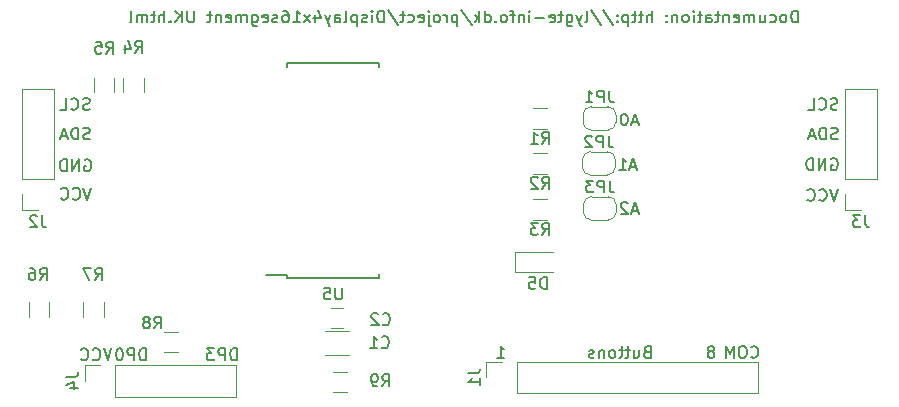
<source format=gbr>
G04 #@! TF.GenerationSoftware,KiCad,Pcbnew,(5.1.4)-1*
G04 #@! TF.CreationDate,2019-09-25T15:42:07+02:00*
G04 #@! TF.ProjectId,Display4x16segment,44697370-6c61-4793-9478-31367365676d,rev?*
G04 #@! TF.SameCoordinates,Original*
G04 #@! TF.FileFunction,Legend,Bot*
G04 #@! TF.FilePolarity,Positive*
%FSLAX46Y46*%
G04 Gerber Fmt 4.6, Leading zero omitted, Abs format (unit mm)*
G04 Created by KiCad (PCBNEW (5.1.4)-1) date 2019-09-25 15:42:07*
%MOMM*%
%LPD*%
G04 APERTURE LIST*
%ADD10C,0.150000*%
%ADD11C,0.120000*%
G04 APERTURE END LIST*
D10*
X172138095Y-136052380D02*
X172138095Y-135052380D01*
X171900000Y-135052380D01*
X171757142Y-135100000D01*
X171661904Y-135195238D01*
X171614285Y-135290476D01*
X171566666Y-135480952D01*
X171566666Y-135623809D01*
X171614285Y-135814285D01*
X171661904Y-135909523D01*
X171757142Y-136004761D01*
X171900000Y-136052380D01*
X172138095Y-136052380D01*
X171138095Y-136052380D02*
X171138095Y-135052380D01*
X170757142Y-135052380D01*
X170661904Y-135100000D01*
X170614285Y-135147619D01*
X170566666Y-135242857D01*
X170566666Y-135385714D01*
X170614285Y-135480952D01*
X170661904Y-135528571D01*
X170757142Y-135576190D01*
X171138095Y-135576190D01*
X170233333Y-135052380D02*
X169614285Y-135052380D01*
X169947619Y-135433333D01*
X169804761Y-135433333D01*
X169709523Y-135480952D01*
X169661904Y-135528571D01*
X169614285Y-135623809D01*
X169614285Y-135861904D01*
X169661904Y-135957142D01*
X169709523Y-136004761D01*
X169804761Y-136052380D01*
X170090476Y-136052380D01*
X170185714Y-136004761D01*
X170233333Y-135957142D01*
X164438095Y-136052380D02*
X164438095Y-135052380D01*
X164200000Y-135052380D01*
X164057142Y-135100000D01*
X163961904Y-135195238D01*
X163914285Y-135290476D01*
X163866666Y-135480952D01*
X163866666Y-135623809D01*
X163914285Y-135814285D01*
X163961904Y-135909523D01*
X164057142Y-136004761D01*
X164200000Y-136052380D01*
X164438095Y-136052380D01*
X163438095Y-136052380D02*
X163438095Y-135052380D01*
X163057142Y-135052380D01*
X162961904Y-135100000D01*
X162914285Y-135147619D01*
X162866666Y-135242857D01*
X162866666Y-135385714D01*
X162914285Y-135480952D01*
X162961904Y-135528571D01*
X163057142Y-135576190D01*
X163438095Y-135576190D01*
X162247619Y-135052380D02*
X162152380Y-135052380D01*
X162057142Y-135100000D01*
X162009523Y-135147619D01*
X161961904Y-135242857D01*
X161914285Y-135433333D01*
X161914285Y-135671428D01*
X161961904Y-135861904D01*
X162009523Y-135957142D01*
X162057142Y-136004761D01*
X162152380Y-136052380D01*
X162247619Y-136052380D01*
X162342857Y-136004761D01*
X162390476Y-135957142D01*
X162438095Y-135861904D01*
X162485714Y-135671428D01*
X162485714Y-135433333D01*
X162438095Y-135242857D01*
X162390476Y-135147619D01*
X162342857Y-135100000D01*
X162247619Y-135052380D01*
X161533333Y-135052380D02*
X161200000Y-136052380D01*
X160866666Y-135052380D01*
X159961904Y-135957142D02*
X160009523Y-136004761D01*
X160152380Y-136052380D01*
X160247619Y-136052380D01*
X160390476Y-136004761D01*
X160485714Y-135909523D01*
X160533333Y-135814285D01*
X160580952Y-135623809D01*
X160580952Y-135480952D01*
X160533333Y-135290476D01*
X160485714Y-135195238D01*
X160390476Y-135100000D01*
X160247619Y-135052380D01*
X160152380Y-135052380D01*
X160009523Y-135100000D01*
X159961904Y-135147619D01*
X158961904Y-135957142D02*
X159009523Y-136004761D01*
X159152380Y-136052380D01*
X159247619Y-136052380D01*
X159390476Y-136004761D01*
X159485714Y-135909523D01*
X159533333Y-135814285D01*
X159580952Y-135623809D01*
X159580952Y-135480952D01*
X159533333Y-135290476D01*
X159485714Y-135195238D01*
X159390476Y-135100000D01*
X159247619Y-135052380D01*
X159152380Y-135052380D01*
X159009523Y-135100000D01*
X158961904Y-135147619D01*
X219638095Y-107452380D02*
X219638095Y-106452380D01*
X219400000Y-106452380D01*
X219257142Y-106500000D01*
X219161904Y-106595238D01*
X219114285Y-106690476D01*
X219066666Y-106880952D01*
X219066666Y-107023809D01*
X219114285Y-107214285D01*
X219161904Y-107309523D01*
X219257142Y-107404761D01*
X219400000Y-107452380D01*
X219638095Y-107452380D01*
X218495238Y-107452380D02*
X218590476Y-107404761D01*
X218638095Y-107357142D01*
X218685714Y-107261904D01*
X218685714Y-106976190D01*
X218638095Y-106880952D01*
X218590476Y-106833333D01*
X218495238Y-106785714D01*
X218352380Y-106785714D01*
X218257142Y-106833333D01*
X218209523Y-106880952D01*
X218161904Y-106976190D01*
X218161904Y-107261904D01*
X218209523Y-107357142D01*
X218257142Y-107404761D01*
X218352380Y-107452380D01*
X218495238Y-107452380D01*
X217304761Y-107404761D02*
X217400000Y-107452380D01*
X217590476Y-107452380D01*
X217685714Y-107404761D01*
X217733333Y-107357142D01*
X217780952Y-107261904D01*
X217780952Y-106976190D01*
X217733333Y-106880952D01*
X217685714Y-106833333D01*
X217590476Y-106785714D01*
X217400000Y-106785714D01*
X217304761Y-106833333D01*
X216447619Y-106785714D02*
X216447619Y-107452380D01*
X216876190Y-106785714D02*
X216876190Y-107309523D01*
X216828571Y-107404761D01*
X216733333Y-107452380D01*
X216590476Y-107452380D01*
X216495238Y-107404761D01*
X216447619Y-107357142D01*
X215971428Y-107452380D02*
X215971428Y-106785714D01*
X215971428Y-106880952D02*
X215923809Y-106833333D01*
X215828571Y-106785714D01*
X215685714Y-106785714D01*
X215590476Y-106833333D01*
X215542857Y-106928571D01*
X215542857Y-107452380D01*
X215542857Y-106928571D02*
X215495238Y-106833333D01*
X215400000Y-106785714D01*
X215257142Y-106785714D01*
X215161904Y-106833333D01*
X215114285Y-106928571D01*
X215114285Y-107452380D01*
X214257142Y-107404761D02*
X214352380Y-107452380D01*
X214542857Y-107452380D01*
X214638095Y-107404761D01*
X214685714Y-107309523D01*
X214685714Y-106928571D01*
X214638095Y-106833333D01*
X214542857Y-106785714D01*
X214352380Y-106785714D01*
X214257142Y-106833333D01*
X214209523Y-106928571D01*
X214209523Y-107023809D01*
X214685714Y-107119047D01*
X213780952Y-106785714D02*
X213780952Y-107452380D01*
X213780952Y-106880952D02*
X213733333Y-106833333D01*
X213638095Y-106785714D01*
X213495238Y-106785714D01*
X213400000Y-106833333D01*
X213352380Y-106928571D01*
X213352380Y-107452380D01*
X213019047Y-106785714D02*
X212638095Y-106785714D01*
X212876190Y-106452380D02*
X212876190Y-107309523D01*
X212828571Y-107404761D01*
X212733333Y-107452380D01*
X212638095Y-107452380D01*
X211876190Y-107452380D02*
X211876190Y-106928571D01*
X211923809Y-106833333D01*
X212019047Y-106785714D01*
X212209523Y-106785714D01*
X212304761Y-106833333D01*
X211876190Y-107404761D02*
X211971428Y-107452380D01*
X212209523Y-107452380D01*
X212304761Y-107404761D01*
X212352380Y-107309523D01*
X212352380Y-107214285D01*
X212304761Y-107119047D01*
X212209523Y-107071428D01*
X211971428Y-107071428D01*
X211876190Y-107023809D01*
X211542857Y-106785714D02*
X211161904Y-106785714D01*
X211400000Y-106452380D02*
X211400000Y-107309523D01*
X211352380Y-107404761D01*
X211257142Y-107452380D01*
X211161904Y-107452380D01*
X210828571Y-107452380D02*
X210828571Y-106785714D01*
X210828571Y-106452380D02*
X210876190Y-106500000D01*
X210828571Y-106547619D01*
X210780952Y-106500000D01*
X210828571Y-106452380D01*
X210828571Y-106547619D01*
X210209523Y-107452380D02*
X210304761Y-107404761D01*
X210352380Y-107357142D01*
X210400000Y-107261904D01*
X210400000Y-106976190D01*
X210352380Y-106880952D01*
X210304761Y-106833333D01*
X210209523Y-106785714D01*
X210066666Y-106785714D01*
X209971428Y-106833333D01*
X209923809Y-106880952D01*
X209876190Y-106976190D01*
X209876190Y-107261904D01*
X209923809Y-107357142D01*
X209971428Y-107404761D01*
X210066666Y-107452380D01*
X210209523Y-107452380D01*
X209447619Y-106785714D02*
X209447619Y-107452380D01*
X209447619Y-106880952D02*
X209400000Y-106833333D01*
X209304761Y-106785714D01*
X209161904Y-106785714D01*
X209066666Y-106833333D01*
X209019047Y-106928571D01*
X209019047Y-107452380D01*
X208542857Y-107357142D02*
X208495238Y-107404761D01*
X208542857Y-107452380D01*
X208590476Y-107404761D01*
X208542857Y-107357142D01*
X208542857Y-107452380D01*
X208542857Y-106833333D02*
X208495238Y-106880952D01*
X208542857Y-106928571D01*
X208590476Y-106880952D01*
X208542857Y-106833333D01*
X208542857Y-106928571D01*
X207304761Y-107452380D02*
X207304761Y-106452380D01*
X206876190Y-107452380D02*
X206876190Y-106928571D01*
X206923809Y-106833333D01*
X207019047Y-106785714D01*
X207161904Y-106785714D01*
X207257142Y-106833333D01*
X207304761Y-106880952D01*
X206542857Y-106785714D02*
X206161904Y-106785714D01*
X206400000Y-106452380D02*
X206400000Y-107309523D01*
X206352380Y-107404761D01*
X206257142Y-107452380D01*
X206161904Y-107452380D01*
X205971428Y-106785714D02*
X205590476Y-106785714D01*
X205828571Y-106452380D02*
X205828571Y-107309523D01*
X205780952Y-107404761D01*
X205685714Y-107452380D01*
X205590476Y-107452380D01*
X205257142Y-106785714D02*
X205257142Y-107785714D01*
X205257142Y-106833333D02*
X205161904Y-106785714D01*
X204971428Y-106785714D01*
X204876190Y-106833333D01*
X204828571Y-106880952D01*
X204780952Y-106976190D01*
X204780952Y-107261904D01*
X204828571Y-107357142D01*
X204876190Y-107404761D01*
X204971428Y-107452380D01*
X205161904Y-107452380D01*
X205257142Y-107404761D01*
X204352380Y-107357142D02*
X204304761Y-107404761D01*
X204352380Y-107452380D01*
X204400000Y-107404761D01*
X204352380Y-107357142D01*
X204352380Y-107452380D01*
X204352380Y-106833333D02*
X204304761Y-106880952D01*
X204352380Y-106928571D01*
X204400000Y-106880952D01*
X204352380Y-106833333D01*
X204352380Y-106928571D01*
X203161904Y-106404761D02*
X204019047Y-107690476D01*
X202114285Y-106404761D02*
X202971428Y-107690476D01*
X201638095Y-107452380D02*
X201733333Y-107404761D01*
X201780952Y-107309523D01*
X201780952Y-106452380D01*
X201352380Y-106785714D02*
X201114285Y-107452380D01*
X200876190Y-106785714D02*
X201114285Y-107452380D01*
X201209523Y-107690476D01*
X201257142Y-107738095D01*
X201352380Y-107785714D01*
X200066666Y-106785714D02*
X200066666Y-107595238D01*
X200114285Y-107690476D01*
X200161904Y-107738095D01*
X200257142Y-107785714D01*
X200400000Y-107785714D01*
X200495238Y-107738095D01*
X200066666Y-107404761D02*
X200161904Y-107452380D01*
X200352380Y-107452380D01*
X200447619Y-107404761D01*
X200495238Y-107357142D01*
X200542857Y-107261904D01*
X200542857Y-106976190D01*
X200495238Y-106880952D01*
X200447619Y-106833333D01*
X200352380Y-106785714D01*
X200161904Y-106785714D01*
X200066666Y-106833333D01*
X199733333Y-106785714D02*
X199352380Y-106785714D01*
X199590476Y-106452380D02*
X199590476Y-107309523D01*
X199542857Y-107404761D01*
X199447619Y-107452380D01*
X199352380Y-107452380D01*
X198638095Y-107404761D02*
X198733333Y-107452380D01*
X198923809Y-107452380D01*
X199019047Y-107404761D01*
X199066666Y-107309523D01*
X199066666Y-106928571D01*
X199019047Y-106833333D01*
X198923809Y-106785714D01*
X198733333Y-106785714D01*
X198638095Y-106833333D01*
X198590476Y-106928571D01*
X198590476Y-107023809D01*
X199066666Y-107119047D01*
X198161904Y-107071428D02*
X197400000Y-107071428D01*
X196923809Y-107452380D02*
X196923809Y-106785714D01*
X196923809Y-106452380D02*
X196971428Y-106500000D01*
X196923809Y-106547619D01*
X196876190Y-106500000D01*
X196923809Y-106452380D01*
X196923809Y-106547619D01*
X196447619Y-106785714D02*
X196447619Y-107452380D01*
X196447619Y-106880952D02*
X196400000Y-106833333D01*
X196304761Y-106785714D01*
X196161904Y-106785714D01*
X196066666Y-106833333D01*
X196019047Y-106928571D01*
X196019047Y-107452380D01*
X195685714Y-106785714D02*
X195304761Y-106785714D01*
X195542857Y-107452380D02*
X195542857Y-106595238D01*
X195495238Y-106500000D01*
X195400000Y-106452380D01*
X195304761Y-106452380D01*
X194828571Y-107452380D02*
X194923809Y-107404761D01*
X194971428Y-107357142D01*
X195019047Y-107261904D01*
X195019047Y-106976190D01*
X194971428Y-106880952D01*
X194923809Y-106833333D01*
X194828571Y-106785714D01*
X194685714Y-106785714D01*
X194590476Y-106833333D01*
X194542857Y-106880952D01*
X194495238Y-106976190D01*
X194495238Y-107261904D01*
X194542857Y-107357142D01*
X194590476Y-107404761D01*
X194685714Y-107452380D01*
X194828571Y-107452380D01*
X194066666Y-107357142D02*
X194019047Y-107404761D01*
X194066666Y-107452380D01*
X194114285Y-107404761D01*
X194066666Y-107357142D01*
X194066666Y-107452380D01*
X193161904Y-107452380D02*
X193161904Y-106452380D01*
X193161904Y-107404761D02*
X193257142Y-107452380D01*
X193447619Y-107452380D01*
X193542857Y-107404761D01*
X193590476Y-107357142D01*
X193638095Y-107261904D01*
X193638095Y-106976190D01*
X193590476Y-106880952D01*
X193542857Y-106833333D01*
X193447619Y-106785714D01*
X193257142Y-106785714D01*
X193161904Y-106833333D01*
X192685714Y-107452380D02*
X192685714Y-106452380D01*
X192590476Y-107071428D02*
X192304761Y-107452380D01*
X192304761Y-106785714D02*
X192685714Y-107166666D01*
X191161904Y-106404761D02*
X192019047Y-107690476D01*
X190828571Y-106785714D02*
X190828571Y-107785714D01*
X190828571Y-106833333D02*
X190733333Y-106785714D01*
X190542857Y-106785714D01*
X190447619Y-106833333D01*
X190400000Y-106880952D01*
X190352380Y-106976190D01*
X190352380Y-107261904D01*
X190400000Y-107357142D01*
X190447619Y-107404761D01*
X190542857Y-107452380D01*
X190733333Y-107452380D01*
X190828571Y-107404761D01*
X189923809Y-107452380D02*
X189923809Y-106785714D01*
X189923809Y-106976190D02*
X189876190Y-106880952D01*
X189828571Y-106833333D01*
X189733333Y-106785714D01*
X189638095Y-106785714D01*
X189161904Y-107452380D02*
X189257142Y-107404761D01*
X189304761Y-107357142D01*
X189352380Y-107261904D01*
X189352380Y-106976190D01*
X189304761Y-106880952D01*
X189257142Y-106833333D01*
X189161904Y-106785714D01*
X189019047Y-106785714D01*
X188923809Y-106833333D01*
X188876190Y-106880952D01*
X188828571Y-106976190D01*
X188828571Y-107261904D01*
X188876190Y-107357142D01*
X188923809Y-107404761D01*
X189019047Y-107452380D01*
X189161904Y-107452380D01*
X188400000Y-106785714D02*
X188400000Y-107642857D01*
X188447619Y-107738095D01*
X188542857Y-107785714D01*
X188590476Y-107785714D01*
X188400000Y-106452380D02*
X188447619Y-106500000D01*
X188400000Y-106547619D01*
X188352380Y-106500000D01*
X188400000Y-106452380D01*
X188400000Y-106547619D01*
X187542857Y-107404761D02*
X187638095Y-107452380D01*
X187828571Y-107452380D01*
X187923809Y-107404761D01*
X187971428Y-107309523D01*
X187971428Y-106928571D01*
X187923809Y-106833333D01*
X187828571Y-106785714D01*
X187638095Y-106785714D01*
X187542857Y-106833333D01*
X187495238Y-106928571D01*
X187495238Y-107023809D01*
X187971428Y-107119047D01*
X186638095Y-107404761D02*
X186733333Y-107452380D01*
X186923809Y-107452380D01*
X187019047Y-107404761D01*
X187066666Y-107357142D01*
X187114285Y-107261904D01*
X187114285Y-106976190D01*
X187066666Y-106880952D01*
X187019047Y-106833333D01*
X186923809Y-106785714D01*
X186733333Y-106785714D01*
X186638095Y-106833333D01*
X186352380Y-106785714D02*
X185971428Y-106785714D01*
X186209523Y-106452380D02*
X186209523Y-107309523D01*
X186161904Y-107404761D01*
X186066666Y-107452380D01*
X185971428Y-107452380D01*
X184923809Y-106404761D02*
X185780952Y-107690476D01*
X184590476Y-107452380D02*
X184590476Y-106452380D01*
X184352380Y-106452380D01*
X184209523Y-106500000D01*
X184114285Y-106595238D01*
X184066666Y-106690476D01*
X184019047Y-106880952D01*
X184019047Y-107023809D01*
X184066666Y-107214285D01*
X184114285Y-107309523D01*
X184209523Y-107404761D01*
X184352380Y-107452380D01*
X184590476Y-107452380D01*
X183590476Y-107452380D02*
X183590476Y-106785714D01*
X183590476Y-106452380D02*
X183638095Y-106500000D01*
X183590476Y-106547619D01*
X183542857Y-106500000D01*
X183590476Y-106452380D01*
X183590476Y-106547619D01*
X183161904Y-107404761D02*
X183066666Y-107452380D01*
X182876190Y-107452380D01*
X182780952Y-107404761D01*
X182733333Y-107309523D01*
X182733333Y-107261904D01*
X182780952Y-107166666D01*
X182876190Y-107119047D01*
X183019047Y-107119047D01*
X183114285Y-107071428D01*
X183161904Y-106976190D01*
X183161904Y-106928571D01*
X183114285Y-106833333D01*
X183019047Y-106785714D01*
X182876190Y-106785714D01*
X182780952Y-106833333D01*
X182304761Y-106785714D02*
X182304761Y-107785714D01*
X182304761Y-106833333D02*
X182209523Y-106785714D01*
X182019047Y-106785714D01*
X181923809Y-106833333D01*
X181876190Y-106880952D01*
X181828571Y-106976190D01*
X181828571Y-107261904D01*
X181876190Y-107357142D01*
X181923809Y-107404761D01*
X182019047Y-107452380D01*
X182209523Y-107452380D01*
X182304761Y-107404761D01*
X181257142Y-107452380D02*
X181352380Y-107404761D01*
X181400000Y-107309523D01*
X181400000Y-106452380D01*
X180447619Y-107452380D02*
X180447619Y-106928571D01*
X180495238Y-106833333D01*
X180590476Y-106785714D01*
X180780952Y-106785714D01*
X180876190Y-106833333D01*
X180447619Y-107404761D02*
X180542857Y-107452380D01*
X180780952Y-107452380D01*
X180876190Y-107404761D01*
X180923809Y-107309523D01*
X180923809Y-107214285D01*
X180876190Y-107119047D01*
X180780952Y-107071428D01*
X180542857Y-107071428D01*
X180447619Y-107023809D01*
X180066666Y-106785714D02*
X179828571Y-107452380D01*
X179590476Y-106785714D02*
X179828571Y-107452380D01*
X179923809Y-107690476D01*
X179971428Y-107738095D01*
X180066666Y-107785714D01*
X178780952Y-106785714D02*
X178780952Y-107452380D01*
X179019047Y-106404761D02*
X179257142Y-107119047D01*
X178638095Y-107119047D01*
X178352380Y-107452380D02*
X177828571Y-106785714D01*
X178352380Y-106785714D02*
X177828571Y-107452380D01*
X176923809Y-107452380D02*
X177495238Y-107452380D01*
X177209523Y-107452380D02*
X177209523Y-106452380D01*
X177304761Y-106595238D01*
X177400000Y-106690476D01*
X177495238Y-106738095D01*
X176066666Y-106452380D02*
X176257142Y-106452380D01*
X176352380Y-106500000D01*
X176400000Y-106547619D01*
X176495238Y-106690476D01*
X176542857Y-106880952D01*
X176542857Y-107261904D01*
X176495238Y-107357142D01*
X176447619Y-107404761D01*
X176352380Y-107452380D01*
X176161904Y-107452380D01*
X176066666Y-107404761D01*
X176019047Y-107357142D01*
X175971428Y-107261904D01*
X175971428Y-107023809D01*
X176019047Y-106928571D01*
X176066666Y-106880952D01*
X176161904Y-106833333D01*
X176352380Y-106833333D01*
X176447619Y-106880952D01*
X176495238Y-106928571D01*
X176542857Y-107023809D01*
X175590476Y-107404761D02*
X175495238Y-107452380D01*
X175304761Y-107452380D01*
X175209523Y-107404761D01*
X175161904Y-107309523D01*
X175161904Y-107261904D01*
X175209523Y-107166666D01*
X175304761Y-107119047D01*
X175447619Y-107119047D01*
X175542857Y-107071428D01*
X175590476Y-106976190D01*
X175590476Y-106928571D01*
X175542857Y-106833333D01*
X175447619Y-106785714D01*
X175304761Y-106785714D01*
X175209523Y-106833333D01*
X174352380Y-107404761D02*
X174447619Y-107452380D01*
X174638095Y-107452380D01*
X174733333Y-107404761D01*
X174780952Y-107309523D01*
X174780952Y-106928571D01*
X174733333Y-106833333D01*
X174638095Y-106785714D01*
X174447619Y-106785714D01*
X174352380Y-106833333D01*
X174304761Y-106928571D01*
X174304761Y-107023809D01*
X174780952Y-107119047D01*
X173447619Y-106785714D02*
X173447619Y-107595238D01*
X173495238Y-107690476D01*
X173542857Y-107738095D01*
X173638095Y-107785714D01*
X173780952Y-107785714D01*
X173876190Y-107738095D01*
X173447619Y-107404761D02*
X173542857Y-107452380D01*
X173733333Y-107452380D01*
X173828571Y-107404761D01*
X173876190Y-107357142D01*
X173923809Y-107261904D01*
X173923809Y-106976190D01*
X173876190Y-106880952D01*
X173828571Y-106833333D01*
X173733333Y-106785714D01*
X173542857Y-106785714D01*
X173447619Y-106833333D01*
X172971428Y-107452380D02*
X172971428Y-106785714D01*
X172971428Y-106880952D02*
X172923809Y-106833333D01*
X172828571Y-106785714D01*
X172685714Y-106785714D01*
X172590476Y-106833333D01*
X172542857Y-106928571D01*
X172542857Y-107452380D01*
X172542857Y-106928571D02*
X172495238Y-106833333D01*
X172400000Y-106785714D01*
X172257142Y-106785714D01*
X172161904Y-106833333D01*
X172114285Y-106928571D01*
X172114285Y-107452380D01*
X171257142Y-107404761D02*
X171352380Y-107452380D01*
X171542857Y-107452380D01*
X171638095Y-107404761D01*
X171685714Y-107309523D01*
X171685714Y-106928571D01*
X171638095Y-106833333D01*
X171542857Y-106785714D01*
X171352380Y-106785714D01*
X171257142Y-106833333D01*
X171209523Y-106928571D01*
X171209523Y-107023809D01*
X171685714Y-107119047D01*
X170780952Y-106785714D02*
X170780952Y-107452380D01*
X170780952Y-106880952D02*
X170733333Y-106833333D01*
X170638095Y-106785714D01*
X170495238Y-106785714D01*
X170400000Y-106833333D01*
X170352380Y-106928571D01*
X170352380Y-107452380D01*
X170019047Y-106785714D02*
X169638095Y-106785714D01*
X169876190Y-106452380D02*
X169876190Y-107309523D01*
X169828571Y-107404761D01*
X169733333Y-107452380D01*
X169638095Y-107452380D01*
X168542857Y-106452380D02*
X168542857Y-107261904D01*
X168495238Y-107357142D01*
X168447619Y-107404761D01*
X168352380Y-107452380D01*
X168161904Y-107452380D01*
X168066666Y-107404761D01*
X168019047Y-107357142D01*
X167971428Y-107261904D01*
X167971428Y-106452380D01*
X167495238Y-107452380D02*
X167495238Y-106452380D01*
X166923809Y-107452380D02*
X167352380Y-106880952D01*
X166923809Y-106452380D02*
X167495238Y-107023809D01*
X166495238Y-107357142D02*
X166447619Y-107404761D01*
X166495238Y-107452380D01*
X166542857Y-107404761D01*
X166495238Y-107357142D01*
X166495238Y-107452380D01*
X166019047Y-107452380D02*
X166019047Y-106452380D01*
X165590476Y-107452380D02*
X165590476Y-106928571D01*
X165638095Y-106833333D01*
X165733333Y-106785714D01*
X165876190Y-106785714D01*
X165971428Y-106833333D01*
X166019047Y-106880952D01*
X165257142Y-106785714D02*
X164876190Y-106785714D01*
X165114285Y-106452380D02*
X165114285Y-107309523D01*
X165066666Y-107404761D01*
X164971428Y-107452380D01*
X164876190Y-107452380D01*
X164542857Y-107452380D02*
X164542857Y-106785714D01*
X164542857Y-106880952D02*
X164495238Y-106833333D01*
X164400000Y-106785714D01*
X164257142Y-106785714D01*
X164161904Y-106833333D01*
X164114285Y-106928571D01*
X164114285Y-107452380D01*
X164114285Y-106928571D02*
X164066666Y-106833333D01*
X163971428Y-106785714D01*
X163828571Y-106785714D01*
X163733333Y-106833333D01*
X163685714Y-106928571D01*
X163685714Y-107452380D01*
X163066666Y-107452380D02*
X163161904Y-107404761D01*
X163209523Y-107309523D01*
X163209523Y-106452380D01*
X159261904Y-119100000D02*
X159357142Y-119052380D01*
X159500000Y-119052380D01*
X159642857Y-119100000D01*
X159738095Y-119195238D01*
X159785714Y-119290476D01*
X159833333Y-119480952D01*
X159833333Y-119623809D01*
X159785714Y-119814285D01*
X159738095Y-119909523D01*
X159642857Y-120004761D01*
X159500000Y-120052380D01*
X159404761Y-120052380D01*
X159261904Y-120004761D01*
X159214285Y-119957142D01*
X159214285Y-119623809D01*
X159404761Y-119623809D01*
X158785714Y-120052380D02*
X158785714Y-119052380D01*
X158214285Y-120052380D01*
X158214285Y-119052380D01*
X157738095Y-120052380D02*
X157738095Y-119052380D01*
X157500000Y-119052380D01*
X157357142Y-119100000D01*
X157261904Y-119195238D01*
X157214285Y-119290476D01*
X157166666Y-119480952D01*
X157166666Y-119623809D01*
X157214285Y-119814285D01*
X157261904Y-119909523D01*
X157357142Y-120004761D01*
X157500000Y-120052380D01*
X157738095Y-120052380D01*
X159714285Y-117304761D02*
X159571428Y-117352380D01*
X159333333Y-117352380D01*
X159238095Y-117304761D01*
X159190476Y-117257142D01*
X159142857Y-117161904D01*
X159142857Y-117066666D01*
X159190476Y-116971428D01*
X159238095Y-116923809D01*
X159333333Y-116876190D01*
X159523809Y-116828571D01*
X159619047Y-116780952D01*
X159666666Y-116733333D01*
X159714285Y-116638095D01*
X159714285Y-116542857D01*
X159666666Y-116447619D01*
X159619047Y-116400000D01*
X159523809Y-116352380D01*
X159285714Y-116352380D01*
X159142857Y-116400000D01*
X158714285Y-117352380D02*
X158714285Y-116352380D01*
X158476190Y-116352380D01*
X158333333Y-116400000D01*
X158238095Y-116495238D01*
X158190476Y-116590476D01*
X158142857Y-116780952D01*
X158142857Y-116923809D01*
X158190476Y-117114285D01*
X158238095Y-117209523D01*
X158333333Y-117304761D01*
X158476190Y-117352380D01*
X158714285Y-117352380D01*
X157761904Y-117066666D02*
X157285714Y-117066666D01*
X157857142Y-117352380D02*
X157523809Y-116352380D01*
X157190476Y-117352380D01*
X159690476Y-114804761D02*
X159547619Y-114852380D01*
X159309523Y-114852380D01*
X159214285Y-114804761D01*
X159166666Y-114757142D01*
X159119047Y-114661904D01*
X159119047Y-114566666D01*
X159166666Y-114471428D01*
X159214285Y-114423809D01*
X159309523Y-114376190D01*
X159500000Y-114328571D01*
X159595238Y-114280952D01*
X159642857Y-114233333D01*
X159690476Y-114138095D01*
X159690476Y-114042857D01*
X159642857Y-113947619D01*
X159595238Y-113900000D01*
X159500000Y-113852380D01*
X159261904Y-113852380D01*
X159119047Y-113900000D01*
X158119047Y-114757142D02*
X158166666Y-114804761D01*
X158309523Y-114852380D01*
X158404761Y-114852380D01*
X158547619Y-114804761D01*
X158642857Y-114709523D01*
X158690476Y-114614285D01*
X158738095Y-114423809D01*
X158738095Y-114280952D01*
X158690476Y-114090476D01*
X158642857Y-113995238D01*
X158547619Y-113900000D01*
X158404761Y-113852380D01*
X158309523Y-113852380D01*
X158166666Y-113900000D01*
X158119047Y-113947619D01*
X157214285Y-114852380D02*
X157690476Y-114852380D01*
X157690476Y-113852380D01*
X159833333Y-121452380D02*
X159500000Y-122452380D01*
X159166666Y-121452380D01*
X158261904Y-122357142D02*
X158309523Y-122404761D01*
X158452380Y-122452380D01*
X158547619Y-122452380D01*
X158690476Y-122404761D01*
X158785714Y-122309523D01*
X158833333Y-122214285D01*
X158880952Y-122023809D01*
X158880952Y-121880952D01*
X158833333Y-121690476D01*
X158785714Y-121595238D01*
X158690476Y-121500000D01*
X158547619Y-121452380D01*
X158452380Y-121452380D01*
X158309523Y-121500000D01*
X158261904Y-121547619D01*
X157261904Y-122357142D02*
X157309523Y-122404761D01*
X157452380Y-122452380D01*
X157547619Y-122452380D01*
X157690476Y-122404761D01*
X157785714Y-122309523D01*
X157833333Y-122214285D01*
X157880952Y-122023809D01*
X157880952Y-121880952D01*
X157833333Y-121690476D01*
X157785714Y-121595238D01*
X157690476Y-121500000D01*
X157547619Y-121452380D01*
X157452380Y-121452380D01*
X157309523Y-121500000D01*
X157261904Y-121547619D01*
X222990476Y-114804761D02*
X222847619Y-114852380D01*
X222609523Y-114852380D01*
X222514285Y-114804761D01*
X222466666Y-114757142D01*
X222419047Y-114661904D01*
X222419047Y-114566666D01*
X222466666Y-114471428D01*
X222514285Y-114423809D01*
X222609523Y-114376190D01*
X222800000Y-114328571D01*
X222895238Y-114280952D01*
X222942857Y-114233333D01*
X222990476Y-114138095D01*
X222990476Y-114042857D01*
X222942857Y-113947619D01*
X222895238Y-113900000D01*
X222800000Y-113852380D01*
X222561904Y-113852380D01*
X222419047Y-113900000D01*
X221419047Y-114757142D02*
X221466666Y-114804761D01*
X221609523Y-114852380D01*
X221704761Y-114852380D01*
X221847619Y-114804761D01*
X221942857Y-114709523D01*
X221990476Y-114614285D01*
X222038095Y-114423809D01*
X222038095Y-114280952D01*
X221990476Y-114090476D01*
X221942857Y-113995238D01*
X221847619Y-113900000D01*
X221704761Y-113852380D01*
X221609523Y-113852380D01*
X221466666Y-113900000D01*
X221419047Y-113947619D01*
X220514285Y-114852380D02*
X220990476Y-114852380D01*
X220990476Y-113852380D01*
X223014285Y-117304761D02*
X222871428Y-117352380D01*
X222633333Y-117352380D01*
X222538095Y-117304761D01*
X222490476Y-117257142D01*
X222442857Y-117161904D01*
X222442857Y-117066666D01*
X222490476Y-116971428D01*
X222538095Y-116923809D01*
X222633333Y-116876190D01*
X222823809Y-116828571D01*
X222919047Y-116780952D01*
X222966666Y-116733333D01*
X223014285Y-116638095D01*
X223014285Y-116542857D01*
X222966666Y-116447619D01*
X222919047Y-116400000D01*
X222823809Y-116352380D01*
X222585714Y-116352380D01*
X222442857Y-116400000D01*
X222014285Y-117352380D02*
X222014285Y-116352380D01*
X221776190Y-116352380D01*
X221633333Y-116400000D01*
X221538095Y-116495238D01*
X221490476Y-116590476D01*
X221442857Y-116780952D01*
X221442857Y-116923809D01*
X221490476Y-117114285D01*
X221538095Y-117209523D01*
X221633333Y-117304761D01*
X221776190Y-117352380D01*
X222014285Y-117352380D01*
X221061904Y-117066666D02*
X220585714Y-117066666D01*
X221157142Y-117352380D02*
X220823809Y-116352380D01*
X220490476Y-117352380D01*
X222461904Y-119000000D02*
X222557142Y-118952380D01*
X222700000Y-118952380D01*
X222842857Y-119000000D01*
X222938095Y-119095238D01*
X222985714Y-119190476D01*
X223033333Y-119380952D01*
X223033333Y-119523809D01*
X222985714Y-119714285D01*
X222938095Y-119809523D01*
X222842857Y-119904761D01*
X222700000Y-119952380D01*
X222604761Y-119952380D01*
X222461904Y-119904761D01*
X222414285Y-119857142D01*
X222414285Y-119523809D01*
X222604761Y-119523809D01*
X221985714Y-119952380D02*
X221985714Y-118952380D01*
X221414285Y-119952380D01*
X221414285Y-118952380D01*
X220938095Y-119952380D02*
X220938095Y-118952380D01*
X220700000Y-118952380D01*
X220557142Y-119000000D01*
X220461904Y-119095238D01*
X220414285Y-119190476D01*
X220366666Y-119380952D01*
X220366666Y-119523809D01*
X220414285Y-119714285D01*
X220461904Y-119809523D01*
X220557142Y-119904761D01*
X220700000Y-119952380D01*
X220938095Y-119952380D01*
X223033333Y-121552380D02*
X222700000Y-122552380D01*
X222366666Y-121552380D01*
X221461904Y-122457142D02*
X221509523Y-122504761D01*
X221652380Y-122552380D01*
X221747619Y-122552380D01*
X221890476Y-122504761D01*
X221985714Y-122409523D01*
X222033333Y-122314285D01*
X222080952Y-122123809D01*
X222080952Y-121980952D01*
X222033333Y-121790476D01*
X221985714Y-121695238D01*
X221890476Y-121600000D01*
X221747619Y-121552380D01*
X221652380Y-121552380D01*
X221509523Y-121600000D01*
X221461904Y-121647619D01*
X220461904Y-122457142D02*
X220509523Y-122504761D01*
X220652380Y-122552380D01*
X220747619Y-122552380D01*
X220890476Y-122504761D01*
X220985714Y-122409523D01*
X221033333Y-122314285D01*
X221080952Y-122123809D01*
X221080952Y-121980952D01*
X221033333Y-121790476D01*
X220985714Y-121695238D01*
X220890476Y-121600000D01*
X220747619Y-121552380D01*
X220652380Y-121552380D01*
X220509523Y-121600000D01*
X220461904Y-121647619D01*
X212395238Y-135280952D02*
X212490476Y-135233333D01*
X212538095Y-135185714D01*
X212585714Y-135090476D01*
X212585714Y-135042857D01*
X212538095Y-134947619D01*
X212490476Y-134900000D01*
X212395238Y-134852380D01*
X212204761Y-134852380D01*
X212109523Y-134900000D01*
X212061904Y-134947619D01*
X212014285Y-135042857D01*
X212014285Y-135090476D01*
X212061904Y-135185714D01*
X212109523Y-135233333D01*
X212204761Y-135280952D01*
X212395238Y-135280952D01*
X212490476Y-135328571D01*
X212538095Y-135376190D01*
X212585714Y-135471428D01*
X212585714Y-135661904D01*
X212538095Y-135757142D01*
X212490476Y-135804761D01*
X212395238Y-135852380D01*
X212204761Y-135852380D01*
X212109523Y-135804761D01*
X212061904Y-135757142D01*
X212014285Y-135661904D01*
X212014285Y-135471428D01*
X212061904Y-135376190D01*
X212109523Y-135328571D01*
X212204761Y-135280952D01*
X194214285Y-135852380D02*
X194785714Y-135852380D01*
X194500000Y-135852380D02*
X194500000Y-134852380D01*
X194595238Y-134995238D01*
X194690476Y-135090476D01*
X194785714Y-135138095D01*
X215685714Y-135757142D02*
X215733333Y-135804761D01*
X215876190Y-135852380D01*
X215971428Y-135852380D01*
X216114285Y-135804761D01*
X216209523Y-135709523D01*
X216257142Y-135614285D01*
X216304761Y-135423809D01*
X216304761Y-135280952D01*
X216257142Y-135090476D01*
X216209523Y-134995238D01*
X216114285Y-134900000D01*
X215971428Y-134852380D01*
X215876190Y-134852380D01*
X215733333Y-134900000D01*
X215685714Y-134947619D01*
X215066666Y-134852380D02*
X214876190Y-134852380D01*
X214780952Y-134900000D01*
X214685714Y-134995238D01*
X214638095Y-135185714D01*
X214638095Y-135519047D01*
X214685714Y-135709523D01*
X214780952Y-135804761D01*
X214876190Y-135852380D01*
X215066666Y-135852380D01*
X215161904Y-135804761D01*
X215257142Y-135709523D01*
X215304761Y-135519047D01*
X215304761Y-135185714D01*
X215257142Y-134995238D01*
X215161904Y-134900000D01*
X215066666Y-134852380D01*
X214209523Y-135852380D02*
X214209523Y-134852380D01*
X213876190Y-135566666D01*
X213542857Y-134852380D01*
X213542857Y-135852380D01*
X206861904Y-135328571D02*
X206719047Y-135376190D01*
X206671428Y-135423809D01*
X206623809Y-135519047D01*
X206623809Y-135661904D01*
X206671428Y-135757142D01*
X206719047Y-135804761D01*
X206814285Y-135852380D01*
X207195238Y-135852380D01*
X207195238Y-134852380D01*
X206861904Y-134852380D01*
X206766666Y-134900000D01*
X206719047Y-134947619D01*
X206671428Y-135042857D01*
X206671428Y-135138095D01*
X206719047Y-135233333D01*
X206766666Y-135280952D01*
X206861904Y-135328571D01*
X207195238Y-135328571D01*
X205766666Y-135185714D02*
X205766666Y-135852380D01*
X206195238Y-135185714D02*
X206195238Y-135709523D01*
X206147619Y-135804761D01*
X206052380Y-135852380D01*
X205909523Y-135852380D01*
X205814285Y-135804761D01*
X205766666Y-135757142D01*
X205433333Y-135185714D02*
X205052380Y-135185714D01*
X205290476Y-134852380D02*
X205290476Y-135709523D01*
X205242857Y-135804761D01*
X205147619Y-135852380D01*
X205052380Y-135852380D01*
X204861904Y-135185714D02*
X204480952Y-135185714D01*
X204719047Y-134852380D02*
X204719047Y-135709523D01*
X204671428Y-135804761D01*
X204576190Y-135852380D01*
X204480952Y-135852380D01*
X204004761Y-135852380D02*
X204100000Y-135804761D01*
X204147619Y-135757142D01*
X204195238Y-135661904D01*
X204195238Y-135376190D01*
X204147619Y-135280952D01*
X204100000Y-135233333D01*
X204004761Y-135185714D01*
X203861904Y-135185714D01*
X203766666Y-135233333D01*
X203719047Y-135280952D01*
X203671428Y-135376190D01*
X203671428Y-135661904D01*
X203719047Y-135757142D01*
X203766666Y-135804761D01*
X203861904Y-135852380D01*
X204004761Y-135852380D01*
X203242857Y-135185714D02*
X203242857Y-135852380D01*
X203242857Y-135280952D02*
X203195238Y-135233333D01*
X203100000Y-135185714D01*
X202957142Y-135185714D01*
X202861904Y-135233333D01*
X202814285Y-135328571D01*
X202814285Y-135852380D01*
X202385714Y-135804761D02*
X202290476Y-135852380D01*
X202100000Y-135852380D01*
X202004761Y-135804761D01*
X201957142Y-135709523D01*
X201957142Y-135661904D01*
X202004761Y-135566666D01*
X202100000Y-135519047D01*
X202242857Y-135519047D01*
X202338095Y-135471428D01*
X202385714Y-135376190D01*
X202385714Y-135328571D01*
X202338095Y-135233333D01*
X202242857Y-135185714D01*
X202100000Y-135185714D01*
X202004761Y-135233333D01*
X206091345Y-115883986D02*
X205615155Y-115883986D01*
X206186583Y-116169700D02*
X205853250Y-115169700D01*
X205519917Y-116169700D01*
X204996107Y-115169700D02*
X204900869Y-115169700D01*
X204805631Y-115217320D01*
X204758012Y-115264939D01*
X204710393Y-115360177D01*
X204662774Y-115550653D01*
X204662774Y-115788748D01*
X204710393Y-115979224D01*
X204758012Y-116074462D01*
X204805631Y-116122081D01*
X204900869Y-116169700D01*
X204996107Y-116169700D01*
X205091345Y-116122081D01*
X205138964Y-116074462D01*
X205186583Y-115979224D01*
X205234202Y-115788748D01*
X205234202Y-115550653D01*
X205186583Y-115360177D01*
X205138964Y-115264939D01*
X205091345Y-115217320D01*
X204996107Y-115169700D01*
X205959265Y-119683826D02*
X205483075Y-119683826D01*
X206054503Y-119969540D02*
X205721170Y-118969540D01*
X205387837Y-119969540D01*
X204530694Y-119969540D02*
X205102122Y-119969540D01*
X204816408Y-119969540D02*
X204816408Y-118969540D01*
X204911646Y-119112398D01*
X205006884Y-119207636D01*
X205102122Y-119255255D01*
X206091345Y-123399846D02*
X205615155Y-123399846D01*
X206186583Y-123685560D02*
X205853250Y-122685560D01*
X205519917Y-123685560D01*
X205234202Y-122780799D02*
X205186583Y-122733180D01*
X205091345Y-122685560D01*
X204853250Y-122685560D01*
X204758012Y-122733180D01*
X204710393Y-122780799D01*
X204662774Y-122876037D01*
X204662774Y-122971275D01*
X204710393Y-123114132D01*
X205281821Y-123685560D01*
X204662774Y-123685560D01*
D11*
X179620000Y-133600000D02*
X181620000Y-133600000D01*
X181620000Y-135640000D02*
X179620000Y-135640000D01*
X181450000Y-137020000D02*
X180250000Y-137020000D01*
X180250000Y-138780000D02*
X181450000Y-138780000D01*
X167200000Y-133620000D02*
X166000000Y-133620000D01*
X166000000Y-135380000D02*
X167200000Y-135380000D01*
X159120000Y-131150000D02*
X159120000Y-132350000D01*
X160880000Y-132350000D02*
X160880000Y-131150000D01*
X154520000Y-131150000D02*
X154520000Y-132350000D01*
X156280000Y-132350000D02*
X156280000Y-131150000D01*
X172090000Y-136470000D02*
X172090000Y-139130000D01*
X161870000Y-136470000D02*
X172090000Y-136470000D01*
X161870000Y-139130000D02*
X172090000Y-139130000D01*
X161870000Y-136470000D02*
X161870000Y-139130000D01*
X160600000Y-136470000D02*
X159270000Y-136470000D01*
X159270000Y-136470000D02*
X159270000Y-137800000D01*
X223670000Y-113050000D02*
X226330000Y-113050000D01*
X223670000Y-120730000D02*
X223670000Y-113050000D01*
X226330000Y-120730000D02*
X226330000Y-113050000D01*
X223670000Y-120730000D02*
X226330000Y-120730000D01*
X223670000Y-122000000D02*
X223670000Y-123330000D01*
X223670000Y-123330000D02*
X225000000Y-123330000D01*
D10*
X176425000Y-129125000D02*
X176425000Y-128875000D01*
X184175000Y-129125000D02*
X184175000Y-128780000D01*
X184175000Y-110875000D02*
X184175000Y-111220000D01*
X176425000Y-110875000D02*
X176425000Y-111220000D01*
X176425000Y-129125000D02*
X184175000Y-129125000D01*
X176425000Y-110875000D02*
X184175000Y-110875000D01*
X176425000Y-128875000D02*
X174600000Y-128875000D01*
D11*
X160020000Y-112150000D02*
X160020000Y-113350000D01*
X161780000Y-113350000D02*
X161780000Y-112150000D01*
X162520000Y-112150000D02*
X162520000Y-113350000D01*
X164280000Y-113350000D02*
X164280000Y-112150000D01*
X198429460Y-122416680D02*
X197229460Y-122416680D01*
X197229460Y-124176680D02*
X198429460Y-124176680D01*
X198432000Y-118500000D02*
X197232000Y-118500000D01*
X197232000Y-120260000D02*
X198432000Y-120260000D01*
X198432000Y-114690000D02*
X197232000Y-114690000D01*
X197232000Y-116450000D02*
X198432000Y-116450000D01*
X203550000Y-114570000D02*
X202150000Y-114570000D01*
X201450000Y-115270000D02*
X201450000Y-115870000D01*
X202150000Y-116570000D02*
X203550000Y-116570000D01*
X204250000Y-115870000D02*
X204250000Y-115270000D01*
X204250000Y-115270000D02*
G75*
G03X203550000Y-114570000I-700000J0D01*
G01*
X203550000Y-116570000D02*
G75*
G03X204250000Y-115870000I0J700000D01*
G01*
X201450000Y-115870000D02*
G75*
G03X202150000Y-116570000I700000J0D01*
G01*
X202150000Y-114570000D02*
G75*
G03X201450000Y-115270000I0J-700000D01*
G01*
X203580000Y-122190000D02*
X202180000Y-122190000D01*
X201480000Y-122890000D02*
X201480000Y-123490000D01*
X202180000Y-124190000D02*
X203580000Y-124190000D01*
X204280000Y-123490000D02*
X204280000Y-122890000D01*
X204280000Y-122890000D02*
G75*
G03X203580000Y-122190000I-700000J0D01*
G01*
X203580000Y-124190000D02*
G75*
G03X204280000Y-123490000I0J700000D01*
G01*
X201480000Y-123490000D02*
G75*
G03X202180000Y-124190000I700000J0D01*
G01*
X202180000Y-122190000D02*
G75*
G03X201480000Y-122890000I0J-700000D01*
G01*
X203500000Y-118380000D02*
X202100000Y-118380000D01*
X201400000Y-119080000D02*
X201400000Y-119680000D01*
X202100000Y-120380000D02*
X203500000Y-120380000D01*
X204200000Y-119680000D02*
X204200000Y-119080000D01*
X204200000Y-119080000D02*
G75*
G03X203500000Y-118380000I-700000J0D01*
G01*
X203500000Y-120380000D02*
G75*
G03X204200000Y-119680000I0J700000D01*
G01*
X201400000Y-119680000D02*
G75*
G03X202100000Y-120380000I700000J0D01*
G01*
X202100000Y-118380000D02*
G75*
G03X201400000Y-119080000I0J-700000D01*
G01*
X153970000Y-113050000D02*
X156630000Y-113050000D01*
X153970000Y-120730000D02*
X153970000Y-113050000D01*
X156630000Y-120730000D02*
X156630000Y-113050000D01*
X153970000Y-120730000D02*
X156630000Y-120730000D01*
X153970000Y-122000000D02*
X153970000Y-123330000D01*
X153970000Y-123330000D02*
X155300000Y-123330000D01*
X216260000Y-136170000D02*
X216260000Y-138830000D01*
X195880000Y-136170000D02*
X216260000Y-136170000D01*
X195880000Y-138830000D02*
X216260000Y-138830000D01*
X195880000Y-136170000D02*
X195880000Y-138830000D01*
X194610000Y-136170000D02*
X193280000Y-136170000D01*
X193280000Y-136170000D02*
X193280000Y-137500000D01*
X195732280Y-128553580D02*
X195732280Y-126853580D01*
X195732280Y-126853580D02*
X198882280Y-126853580D01*
X195732280Y-128553580D02*
X198882280Y-128553580D01*
X180140000Y-131650000D02*
X181140000Y-131650000D01*
X181140000Y-133350000D02*
X180140000Y-133350000D01*
D10*
X184405846Y-134933962D02*
X184453465Y-134981581D01*
X184596322Y-135029200D01*
X184691560Y-135029200D01*
X184834418Y-134981581D01*
X184929656Y-134886343D01*
X184977275Y-134791105D01*
X185024894Y-134600629D01*
X185024894Y-134457772D01*
X184977275Y-134267296D01*
X184929656Y-134172058D01*
X184834418Y-134076820D01*
X184691560Y-134029200D01*
X184596322Y-134029200D01*
X184453465Y-134076820D01*
X184405846Y-134124439D01*
X183453465Y-135029200D02*
X184024894Y-135029200D01*
X183739180Y-135029200D02*
X183739180Y-134029200D01*
X183834418Y-134172058D01*
X183929656Y-134267296D01*
X184024894Y-134314915D01*
X184466666Y-138252380D02*
X184800000Y-137776190D01*
X185038095Y-138252380D02*
X185038095Y-137252380D01*
X184657142Y-137252380D01*
X184561904Y-137300000D01*
X184514285Y-137347619D01*
X184466666Y-137442857D01*
X184466666Y-137585714D01*
X184514285Y-137680952D01*
X184561904Y-137728571D01*
X184657142Y-137776190D01*
X185038095Y-137776190D01*
X183990476Y-138252380D02*
X183800000Y-138252380D01*
X183704761Y-138204761D01*
X183657142Y-138157142D01*
X183561904Y-138014285D01*
X183514285Y-137823809D01*
X183514285Y-137442857D01*
X183561904Y-137347619D01*
X183609523Y-137300000D01*
X183704761Y-137252380D01*
X183895238Y-137252380D01*
X183990476Y-137300000D01*
X184038095Y-137347619D01*
X184085714Y-137442857D01*
X184085714Y-137680952D01*
X184038095Y-137776190D01*
X183990476Y-137823809D01*
X183895238Y-137871428D01*
X183704761Y-137871428D01*
X183609523Y-137823809D01*
X183561904Y-137776190D01*
X183514285Y-137680952D01*
X165166666Y-133352380D02*
X165500000Y-132876190D01*
X165738095Y-133352380D02*
X165738095Y-132352380D01*
X165357142Y-132352380D01*
X165261904Y-132400000D01*
X165214285Y-132447619D01*
X165166666Y-132542857D01*
X165166666Y-132685714D01*
X165214285Y-132780952D01*
X165261904Y-132828571D01*
X165357142Y-132876190D01*
X165738095Y-132876190D01*
X164595238Y-132780952D02*
X164690476Y-132733333D01*
X164738095Y-132685714D01*
X164785714Y-132590476D01*
X164785714Y-132542857D01*
X164738095Y-132447619D01*
X164690476Y-132400000D01*
X164595238Y-132352380D01*
X164404761Y-132352380D01*
X164309523Y-132400000D01*
X164261904Y-132447619D01*
X164214285Y-132542857D01*
X164214285Y-132590476D01*
X164261904Y-132685714D01*
X164309523Y-132733333D01*
X164404761Y-132780952D01*
X164595238Y-132780952D01*
X164690476Y-132828571D01*
X164738095Y-132876190D01*
X164785714Y-132971428D01*
X164785714Y-133161904D01*
X164738095Y-133257142D01*
X164690476Y-133304761D01*
X164595238Y-133352380D01*
X164404761Y-133352380D01*
X164309523Y-133304761D01*
X164261904Y-133257142D01*
X164214285Y-133161904D01*
X164214285Y-132971428D01*
X164261904Y-132876190D01*
X164309523Y-132828571D01*
X164404761Y-132780952D01*
X160166666Y-129252380D02*
X160500000Y-128776190D01*
X160738095Y-129252380D02*
X160738095Y-128252380D01*
X160357142Y-128252380D01*
X160261904Y-128300000D01*
X160214285Y-128347619D01*
X160166666Y-128442857D01*
X160166666Y-128585714D01*
X160214285Y-128680952D01*
X160261904Y-128728571D01*
X160357142Y-128776190D01*
X160738095Y-128776190D01*
X159833333Y-128252380D02*
X159166666Y-128252380D01*
X159595238Y-129252380D01*
X155466666Y-129252380D02*
X155800000Y-128776190D01*
X156038095Y-129252380D02*
X156038095Y-128252380D01*
X155657142Y-128252380D01*
X155561904Y-128300000D01*
X155514285Y-128347619D01*
X155466666Y-128442857D01*
X155466666Y-128585714D01*
X155514285Y-128680952D01*
X155561904Y-128728571D01*
X155657142Y-128776190D01*
X156038095Y-128776190D01*
X154609523Y-128252380D02*
X154800000Y-128252380D01*
X154895238Y-128300000D01*
X154942857Y-128347619D01*
X155038095Y-128490476D01*
X155085714Y-128680952D01*
X155085714Y-129061904D01*
X155038095Y-129157142D01*
X154990476Y-129204761D01*
X154895238Y-129252380D01*
X154704761Y-129252380D01*
X154609523Y-129204761D01*
X154561904Y-129157142D01*
X154514285Y-129061904D01*
X154514285Y-128823809D01*
X154561904Y-128728571D01*
X154609523Y-128680952D01*
X154704761Y-128633333D01*
X154895238Y-128633333D01*
X154990476Y-128680952D01*
X155038095Y-128728571D01*
X155085714Y-128823809D01*
X157722380Y-137466666D02*
X158436666Y-137466666D01*
X158579523Y-137419047D01*
X158674761Y-137323809D01*
X158722380Y-137180952D01*
X158722380Y-137085714D01*
X158055714Y-138371428D02*
X158722380Y-138371428D01*
X157674761Y-138133333D02*
X158389047Y-137895238D01*
X158389047Y-138514285D01*
X225333333Y-123782380D02*
X225333333Y-124496666D01*
X225380952Y-124639523D01*
X225476190Y-124734761D01*
X225619047Y-124782380D01*
X225714285Y-124782380D01*
X224952380Y-123782380D02*
X224333333Y-123782380D01*
X224666666Y-124163333D01*
X224523809Y-124163333D01*
X224428571Y-124210952D01*
X224380952Y-124258571D01*
X224333333Y-124353809D01*
X224333333Y-124591904D01*
X224380952Y-124687142D01*
X224428571Y-124734761D01*
X224523809Y-124782380D01*
X224809523Y-124782380D01*
X224904761Y-124734761D01*
X224952380Y-124687142D01*
X181061904Y-129902380D02*
X181061904Y-130711904D01*
X181014285Y-130807142D01*
X180966666Y-130854761D01*
X180871428Y-130902380D01*
X180680952Y-130902380D01*
X180585714Y-130854761D01*
X180538095Y-130807142D01*
X180490476Y-130711904D01*
X180490476Y-129902380D01*
X179538095Y-129902380D02*
X180014285Y-129902380D01*
X180061904Y-130378571D01*
X180014285Y-130330952D01*
X179919047Y-130283333D01*
X179680952Y-130283333D01*
X179585714Y-130330952D01*
X179538095Y-130378571D01*
X179490476Y-130473809D01*
X179490476Y-130711904D01*
X179538095Y-130807142D01*
X179585714Y-130854761D01*
X179680952Y-130902380D01*
X179919047Y-130902380D01*
X180014285Y-130854761D01*
X180061904Y-130807142D01*
X161109846Y-110085800D02*
X161443180Y-109609610D01*
X161681275Y-110085800D02*
X161681275Y-109085800D01*
X161300322Y-109085800D01*
X161205084Y-109133420D01*
X161157465Y-109181039D01*
X161109846Y-109276277D01*
X161109846Y-109419134D01*
X161157465Y-109514372D01*
X161205084Y-109561991D01*
X161300322Y-109609610D01*
X161681275Y-109609610D01*
X160205084Y-109085800D02*
X160681275Y-109085800D01*
X160728894Y-109561991D01*
X160681275Y-109514372D01*
X160586037Y-109466753D01*
X160347941Y-109466753D01*
X160252703Y-109514372D01*
X160205084Y-109561991D01*
X160157465Y-109657229D01*
X160157465Y-109895324D01*
X160205084Y-109990562D01*
X160252703Y-110038181D01*
X160347941Y-110085800D01*
X160586037Y-110085800D01*
X160681275Y-110038181D01*
X160728894Y-109990562D01*
X163553966Y-110008320D02*
X163887300Y-109532130D01*
X164125395Y-110008320D02*
X164125395Y-109008320D01*
X163744442Y-109008320D01*
X163649204Y-109055940D01*
X163601585Y-109103559D01*
X163553966Y-109198797D01*
X163553966Y-109341654D01*
X163601585Y-109436892D01*
X163649204Y-109484511D01*
X163744442Y-109532130D01*
X164125395Y-109532130D01*
X162696823Y-109341654D02*
X162696823Y-110008320D01*
X162934919Y-108960701D02*
X163173014Y-109674987D01*
X162553966Y-109674987D01*
X197996126Y-125449060D02*
X198329460Y-124972870D01*
X198567555Y-125449060D02*
X198567555Y-124449060D01*
X198186602Y-124449060D01*
X198091364Y-124496680D01*
X198043745Y-124544299D01*
X197996126Y-124639537D01*
X197996126Y-124782394D01*
X198043745Y-124877632D01*
X198091364Y-124925251D01*
X198186602Y-124972870D01*
X198567555Y-124972870D01*
X197662793Y-124449060D02*
X197043745Y-124449060D01*
X197377079Y-124830013D01*
X197234221Y-124830013D01*
X197138983Y-124877632D01*
X197091364Y-124925251D01*
X197043745Y-125020489D01*
X197043745Y-125258584D01*
X197091364Y-125353822D01*
X197138983Y-125401441D01*
X197234221Y-125449060D01*
X197519936Y-125449060D01*
X197615174Y-125401441D01*
X197662793Y-125353822D01*
X197998666Y-121532380D02*
X198332000Y-121056190D01*
X198570095Y-121532380D02*
X198570095Y-120532380D01*
X198189142Y-120532380D01*
X198093904Y-120580000D01*
X198046285Y-120627619D01*
X197998666Y-120722857D01*
X197998666Y-120865714D01*
X198046285Y-120960952D01*
X198093904Y-121008571D01*
X198189142Y-121056190D01*
X198570095Y-121056190D01*
X197617714Y-120627619D02*
X197570095Y-120580000D01*
X197474857Y-120532380D01*
X197236761Y-120532380D01*
X197141523Y-120580000D01*
X197093904Y-120627619D01*
X197046285Y-120722857D01*
X197046285Y-120818095D01*
X197093904Y-120960952D01*
X197665333Y-121532380D01*
X197046285Y-121532380D01*
X197998666Y-117722380D02*
X198332000Y-117246190D01*
X198570095Y-117722380D02*
X198570095Y-116722380D01*
X198189142Y-116722380D01*
X198093904Y-116770000D01*
X198046285Y-116817619D01*
X197998666Y-116912857D01*
X197998666Y-117055714D01*
X198046285Y-117150952D01*
X198093904Y-117198571D01*
X198189142Y-117246190D01*
X198570095Y-117246190D01*
X197046285Y-117722380D02*
X197617714Y-117722380D01*
X197332000Y-117722380D02*
X197332000Y-116722380D01*
X197427238Y-116865238D01*
X197522476Y-116960476D01*
X197617714Y-117008095D01*
X203683333Y-113222380D02*
X203683333Y-113936666D01*
X203730952Y-114079523D01*
X203826190Y-114174761D01*
X203969047Y-114222380D01*
X204064285Y-114222380D01*
X203207142Y-114222380D02*
X203207142Y-113222380D01*
X202826190Y-113222380D01*
X202730952Y-113270000D01*
X202683333Y-113317619D01*
X202635714Y-113412857D01*
X202635714Y-113555714D01*
X202683333Y-113650952D01*
X202730952Y-113698571D01*
X202826190Y-113746190D01*
X203207142Y-113746190D01*
X201683333Y-114222380D02*
X202254761Y-114222380D01*
X201969047Y-114222380D02*
X201969047Y-113222380D01*
X202064285Y-113365238D01*
X202159523Y-113460476D01*
X202254761Y-113508095D01*
X203713333Y-120842380D02*
X203713333Y-121556666D01*
X203760952Y-121699523D01*
X203856190Y-121794761D01*
X203999047Y-121842380D01*
X204094285Y-121842380D01*
X203237142Y-121842380D02*
X203237142Y-120842380D01*
X202856190Y-120842380D01*
X202760952Y-120890000D01*
X202713333Y-120937619D01*
X202665714Y-121032857D01*
X202665714Y-121175714D01*
X202713333Y-121270952D01*
X202760952Y-121318571D01*
X202856190Y-121366190D01*
X203237142Y-121366190D01*
X202332380Y-120842380D02*
X201713333Y-120842380D01*
X202046666Y-121223333D01*
X201903809Y-121223333D01*
X201808571Y-121270952D01*
X201760952Y-121318571D01*
X201713333Y-121413809D01*
X201713333Y-121651904D01*
X201760952Y-121747142D01*
X201808571Y-121794761D01*
X201903809Y-121842380D01*
X202189523Y-121842380D01*
X202284761Y-121794761D01*
X202332380Y-121747142D01*
X203633333Y-117032380D02*
X203633333Y-117746666D01*
X203680952Y-117889523D01*
X203776190Y-117984761D01*
X203919047Y-118032380D01*
X204014285Y-118032380D01*
X203157142Y-118032380D02*
X203157142Y-117032380D01*
X202776190Y-117032380D01*
X202680952Y-117080000D01*
X202633333Y-117127619D01*
X202585714Y-117222857D01*
X202585714Y-117365714D01*
X202633333Y-117460952D01*
X202680952Y-117508571D01*
X202776190Y-117556190D01*
X203157142Y-117556190D01*
X202204761Y-117127619D02*
X202157142Y-117080000D01*
X202061904Y-117032380D01*
X201823809Y-117032380D01*
X201728571Y-117080000D01*
X201680952Y-117127619D01*
X201633333Y-117222857D01*
X201633333Y-117318095D01*
X201680952Y-117460952D01*
X202252380Y-118032380D01*
X201633333Y-118032380D01*
X155633333Y-123782380D02*
X155633333Y-124496666D01*
X155680952Y-124639523D01*
X155776190Y-124734761D01*
X155919047Y-124782380D01*
X156014285Y-124782380D01*
X155204761Y-123877619D02*
X155157142Y-123830000D01*
X155061904Y-123782380D01*
X154823809Y-123782380D01*
X154728571Y-123830000D01*
X154680952Y-123877619D01*
X154633333Y-123972857D01*
X154633333Y-124068095D01*
X154680952Y-124210952D01*
X155252380Y-124782380D01*
X154633333Y-124782380D01*
X191732380Y-137166666D02*
X192446666Y-137166666D01*
X192589523Y-137119047D01*
X192684761Y-137023809D01*
X192732380Y-136880952D01*
X192732380Y-136785714D01*
X192732380Y-138166666D02*
X192732380Y-137595238D01*
X192732380Y-137880952D02*
X191732380Y-137880952D01*
X191875238Y-137785714D01*
X191970476Y-137690476D01*
X192018095Y-137595238D01*
X198370375Y-130005960D02*
X198370375Y-129005960D01*
X198132280Y-129005960D01*
X197989422Y-129053580D01*
X197894184Y-129148818D01*
X197846565Y-129244056D01*
X197798946Y-129434532D01*
X197798946Y-129577389D01*
X197846565Y-129767865D01*
X197894184Y-129863103D01*
X197989422Y-129958341D01*
X198132280Y-130005960D01*
X198370375Y-130005960D01*
X196894184Y-129005960D02*
X197370375Y-129005960D01*
X197417994Y-129482151D01*
X197370375Y-129434532D01*
X197275137Y-129386913D01*
X197037041Y-129386913D01*
X196941803Y-129434532D01*
X196894184Y-129482151D01*
X196846565Y-129577389D01*
X196846565Y-129815484D01*
X196894184Y-129910722D01*
X196941803Y-129958341D01*
X197037041Y-130005960D01*
X197275137Y-130005960D01*
X197370375Y-129958341D01*
X197417994Y-129910722D01*
X184492206Y-132985782D02*
X184539825Y-133033401D01*
X184682682Y-133081020D01*
X184777920Y-133081020D01*
X184920778Y-133033401D01*
X185016016Y-132938163D01*
X185063635Y-132842925D01*
X185111254Y-132652449D01*
X185111254Y-132509592D01*
X185063635Y-132319116D01*
X185016016Y-132223878D01*
X184920778Y-132128640D01*
X184777920Y-132081020D01*
X184682682Y-132081020D01*
X184539825Y-132128640D01*
X184492206Y-132176259D01*
X184111254Y-132176259D02*
X184063635Y-132128640D01*
X183968397Y-132081020D01*
X183730301Y-132081020D01*
X183635063Y-132128640D01*
X183587444Y-132176259D01*
X183539825Y-132271497D01*
X183539825Y-132366735D01*
X183587444Y-132509592D01*
X184158873Y-133081020D01*
X183539825Y-133081020D01*
M02*

</source>
